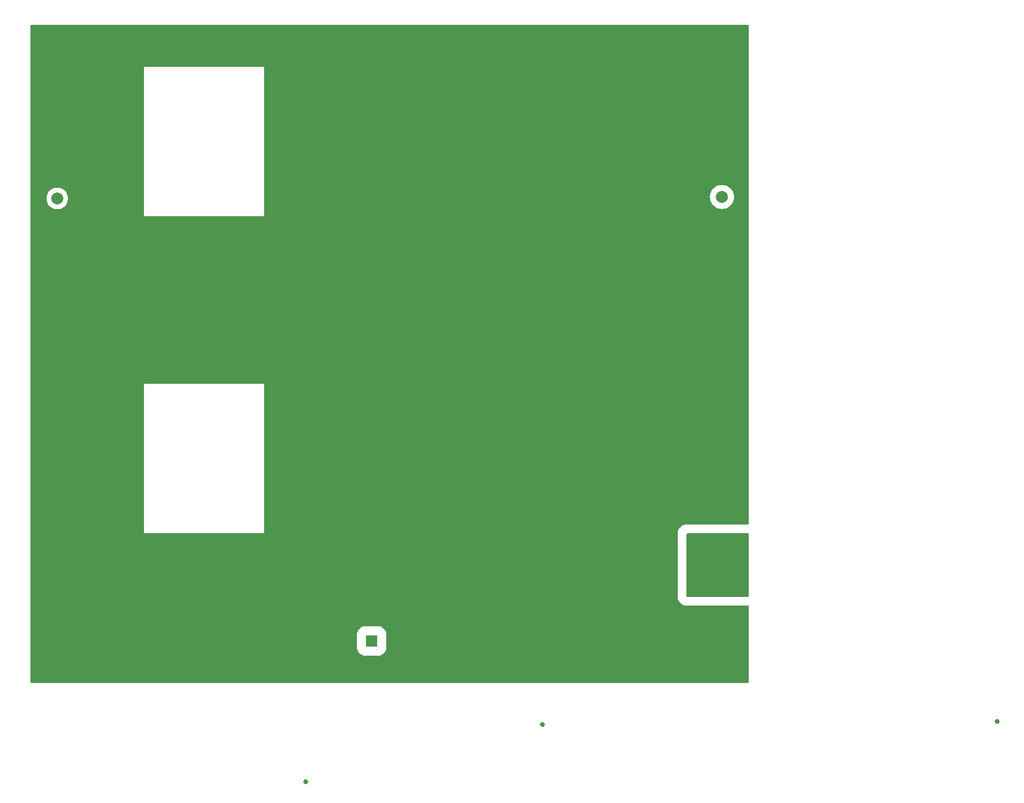
<source format=gbr>
G04 #@! TF.GenerationSoftware,KiCad,Pcbnew,7.0.1*
G04 #@! TF.CreationDate,2023-05-25T18:43:51+02:00*
G04 #@! TF.ProjectId,K_Munin400,4b5f4d75-6e69-46e3-9430-302e6b696361,rev?*
G04 #@! TF.SameCoordinates,Original*
G04 #@! TF.FileFunction,Copper,L2,Bot*
G04 #@! TF.FilePolarity,Positive*
%FSLAX46Y46*%
G04 Gerber Fmt 4.6, Leading zero omitted, Abs format (unit mm)*
G04 Created by KiCad (PCBNEW 7.0.1) date 2023-05-25 18:43:51*
%MOMM*%
%LPD*%
G01*
G04 APERTURE LIST*
G04 #@! TA.AperFunction,ComponentPad*
%ADD10C,1.998980*%
G04 #@! TD*
G04 #@! TA.AperFunction,ComponentPad*
%ADD11C,2.499360*%
G04 #@! TD*
G04 #@! TA.AperFunction,ComponentPad*
%ADD12C,2.300000*%
G04 #@! TD*
G04 #@! TA.AperFunction,ComponentPad*
%ADD13C,3.900000*%
G04 #@! TD*
G04 #@! TA.AperFunction,ConnectorPad*
%ADD14C,7.000000*%
G04 #@! TD*
G04 #@! TA.AperFunction,ComponentPad*
%ADD15C,1.950000*%
G04 #@! TD*
G04 #@! TA.AperFunction,ComponentPad*
%ADD16R,1.950000X1.950000*%
G04 #@! TD*
G04 #@! TA.AperFunction,ViaPad*
%ADD17C,0.800000*%
G04 #@! TD*
G04 #@! TA.AperFunction,Conductor*
%ADD18C,2.000000*%
G04 #@! TD*
G04 APERTURE END LIST*
D10*
X54500000Y-88998860D03*
D11*
X51960000Y-86458860D03*
X51960000Y-91538860D03*
X57040000Y-86458860D03*
X57040000Y-91538860D03*
D12*
X162360000Y-147660000D03*
X162360000Y-150200000D03*
X162360000Y-152740000D03*
X167440000Y-147660000D03*
X167440000Y-150200000D03*
X167440000Y-152740000D03*
D13*
X165000000Y-65000000D03*
D14*
X165000000Y-65000000D03*
D13*
X165000000Y-165000000D03*
D14*
X165000000Y-165000000D03*
D15*
X101920000Y-163000000D03*
D16*
X107000000Y-163000000D03*
D13*
X55000000Y-165000000D03*
D14*
X55000000Y-165000000D03*
D13*
X79000000Y-106000000D03*
D14*
X79000000Y-106000000D03*
D12*
X152220000Y-162460000D03*
X152220000Y-165000000D03*
X152220000Y-167540000D03*
X157300000Y-162460000D03*
X157300000Y-165000000D03*
X157300000Y-167540000D03*
D13*
X55000000Y-65000000D03*
D14*
X55000000Y-65000000D03*
D10*
X165500000Y-88750000D03*
D11*
X168040000Y-91290000D03*
X168040000Y-86210000D03*
X162960000Y-91290000D03*
X162960000Y-86210000D03*
D17*
X113000000Y-96500000D03*
X113000000Y-101000000D03*
X113000000Y-110500000D03*
X113000000Y-106000000D03*
X114500000Y-95000000D03*
X113000000Y-98500000D03*
X113000000Y-103500000D03*
X113000000Y-108500000D03*
X113000000Y-113000000D03*
X114500000Y-114500000D03*
X96000000Y-186500000D03*
X211500000Y-176500000D03*
X78000000Y-154500000D03*
X75000000Y-154500000D03*
X140500000Y-110500000D03*
X140500000Y-113000000D03*
X140000000Y-100000000D03*
X135500000Y-177000000D03*
X119000000Y-168000000D03*
X119000000Y-159000000D03*
X104000000Y-153000000D03*
X114000000Y-153000000D03*
X119000000Y-148500000D03*
X109000000Y-148500000D03*
X99000000Y-148500000D03*
X133400000Y-135600000D03*
X133400000Y-133400000D03*
X128600000Y-135800000D03*
X146400000Y-137400000D03*
X150000000Y-137400000D03*
X143600000Y-137400000D03*
X155600000Y-107400000D03*
X150000000Y-111200000D03*
X140000000Y-92500000D03*
X150000000Y-92500000D03*
X150000000Y-82500000D03*
X120000000Y-62500000D03*
X110000000Y-62500000D03*
X99000000Y-136000000D03*
X109000000Y-136000000D03*
X119000000Y-136000000D03*
X63800000Y-148000000D03*
X66500000Y-148000000D03*
X81000000Y-149200000D03*
X78000000Y-149200000D03*
X75000000Y-149800000D03*
X71400000Y-149800000D03*
X57000000Y-69000000D03*
X57000000Y-79000000D03*
X60000000Y-74000000D03*
X60000000Y-91500000D03*
X87600000Y-163000000D03*
X90400000Y-163000000D03*
X167500000Y-122500000D03*
X167500000Y-117500000D03*
X169000000Y-130000000D03*
X169000000Y-134000000D03*
X169000000Y-138000000D03*
X169000000Y-142000000D03*
X145000000Y-154800000D03*
X145000000Y-153200000D03*
X145000000Y-151400000D03*
X145000000Y-149600000D03*
X146800000Y-148800000D03*
X167500000Y-107500000D03*
X162500000Y-107500000D03*
X167500000Y-97500000D03*
X162500000Y-97500000D03*
X167500000Y-102500000D03*
X167500000Y-112500000D03*
X135000000Y-87500000D03*
X145000000Y-107500000D03*
X140500000Y-107500000D03*
X145000000Y-97500000D03*
X140000000Y-97500000D03*
X150000000Y-102500000D03*
X140000000Y-102500000D03*
X145000000Y-87500000D03*
X135000000Y-120000000D03*
X135000000Y-125000000D03*
X160000000Y-120000000D03*
X150000000Y-120000000D03*
X145000000Y-125000000D03*
X155000000Y-125000000D03*
X135000000Y-115000000D03*
X140500000Y-115000000D03*
X155000000Y-115000000D03*
X145000000Y-115000000D03*
X94000000Y-141000000D03*
X94000000Y-131000000D03*
X114000000Y-141000000D03*
X104000000Y-141000000D03*
X114000000Y-131000000D03*
X104000000Y-131000000D03*
X99000000Y-122000000D03*
X109000000Y-122000000D03*
X104000000Y-122000000D03*
X99000000Y-127000000D03*
X109000000Y-127000000D03*
X99000000Y-117000000D03*
X104000000Y-117000000D03*
X106000000Y-103500000D03*
X106000000Y-108500000D03*
X106000000Y-113500000D03*
X106000000Y-93500000D03*
X106000000Y-98500000D03*
X104000000Y-103500000D03*
X104000000Y-108500000D03*
X104000000Y-113500000D03*
X104000000Y-93500000D03*
X104000000Y-98500000D03*
X70000000Y-62500000D03*
X80000000Y-62500000D03*
X67000000Y-69000000D03*
X52000000Y-84000000D03*
X60000000Y-84000000D03*
X52000000Y-74000000D03*
X105000000Y-86000000D03*
X100000000Y-86000000D03*
X110000000Y-86000000D03*
X100000000Y-91000000D03*
X160000000Y-82500000D03*
X140000000Y-82500000D03*
X130000000Y-82500000D03*
X125000000Y-82500000D03*
X120000000Y-82500000D03*
X115000000Y-82500000D03*
X110000000Y-82500000D03*
X100000000Y-82500000D03*
X90000000Y-82500000D03*
X165000000Y-77500000D03*
X155000000Y-77500000D03*
X145000000Y-77500000D03*
X135000000Y-77500000D03*
X125000000Y-77500000D03*
X115000000Y-77500000D03*
X105000000Y-77500000D03*
X95000000Y-77500000D03*
X160000000Y-72500000D03*
X150000000Y-72500000D03*
X140000000Y-72500000D03*
X130000000Y-72500000D03*
X120000000Y-72500000D03*
X110000000Y-72500000D03*
X100000000Y-72500000D03*
X90000000Y-72500000D03*
X155000000Y-67500000D03*
X145000000Y-67500000D03*
X135000000Y-67500000D03*
X125000000Y-67500000D03*
X115000000Y-67500000D03*
X105000000Y-67500000D03*
X95000000Y-67500000D03*
X160000000Y-62500000D03*
X150000000Y-62500000D03*
X140000000Y-62500000D03*
X130000000Y-62500000D03*
X100000000Y-62500000D03*
X90000000Y-62500000D03*
X60000000Y-62500000D03*
X131000000Y-123600000D03*
X131000000Y-122000000D03*
X131000000Y-120200000D03*
X131000000Y-118800000D03*
X131000000Y-117000000D03*
X131000000Y-115200000D03*
X130600000Y-93600000D03*
X130600000Y-92000000D03*
X130600000Y-90400000D03*
X130600000Y-88600000D03*
X130600000Y-87000000D03*
X130600000Y-85400000D03*
X54000000Y-114500000D03*
X56500000Y-111500000D03*
X56500000Y-108500000D03*
X54000000Y-108500000D03*
X51500000Y-111500000D03*
X51500000Y-114500000D03*
X51500000Y-108500000D03*
X67000000Y-79000000D03*
X68500000Y-80000000D03*
X65000000Y-80000000D03*
X68000000Y-130500000D03*
X63500000Y-130500000D03*
X63500000Y-133000000D03*
X68000000Y-133000000D03*
X92000000Y-148500000D03*
X88000000Y-148500000D03*
X98500000Y-163000000D03*
X95500000Y-163000000D03*
X71000000Y-163000000D03*
X74000000Y-161000000D03*
X71000000Y-161000000D03*
X52000000Y-146500000D03*
X54500000Y-146500000D03*
X66500000Y-145800000D03*
X63800000Y-145800000D03*
X61000000Y-144000000D03*
X56500000Y-144000000D03*
X54500000Y-140000000D03*
X54500000Y-138500000D03*
X65000000Y-140000000D03*
X65000000Y-138500000D03*
X52000000Y-128000000D03*
X52000000Y-117500000D03*
X52000000Y-123500000D03*
X52000000Y-132000000D03*
X56500000Y-132000000D03*
X56500000Y-123500000D03*
X59000000Y-123500000D03*
X61500000Y-123500000D03*
X61500000Y-117500000D03*
X59000000Y-117500000D03*
X56500000Y-117500000D03*
X65000000Y-163000000D03*
X68000000Y-163000000D03*
X68000000Y-161000000D03*
X65000000Y-161000000D03*
X65000000Y-159000000D03*
X68000000Y-159000000D03*
X68000000Y-157000000D03*
X65000000Y-157000000D03*
X72500000Y-102500000D03*
X85500000Y-102500000D03*
X84500000Y-101500000D03*
X73500000Y-101500000D03*
X73500000Y-109500000D03*
X72000000Y-106000000D03*
X77000000Y-101000000D03*
X74500000Y-104500000D03*
X77000000Y-118000000D03*
X72000000Y-104000000D03*
X80000000Y-98000000D03*
X72000000Y-108000000D03*
X83000000Y-100000000D03*
X86000000Y-104000000D03*
X78000000Y-98000000D03*
X74000000Y-106000000D03*
X81000000Y-116000000D03*
X82000000Y-109500000D03*
X83500000Y-104500000D03*
X82500000Y-111000000D03*
X77000000Y-110000000D03*
X77000000Y-99000000D03*
X77000000Y-95000000D03*
X76000000Y-109500000D03*
X75000000Y-111000000D03*
X81000000Y-101000000D03*
X84500000Y-109500000D03*
X83000000Y-109000000D03*
X81000000Y-118000000D03*
X84000000Y-106000000D03*
X86000000Y-106000000D03*
X79000000Y-113000000D03*
X79000000Y-111000000D03*
X81000000Y-114000000D03*
X76000000Y-102000000D03*
X79000000Y-101000000D03*
X79000000Y-99000000D03*
X77000000Y-112000000D03*
X81000000Y-97000000D03*
X81000000Y-95000000D03*
X81000000Y-110000000D03*
X79000000Y-112000000D03*
X82000000Y-102000000D03*
X81000000Y-99000000D03*
X74500000Y-108000000D03*
X86000000Y-108000000D03*
X75000000Y-100000000D03*
X75000000Y-109000000D03*
X81000000Y-93000000D03*
X77000000Y-116000000D03*
X81000000Y-112000000D03*
X77000000Y-97000000D03*
X77000000Y-114000000D03*
X83500000Y-108000000D03*
X77000000Y-93000000D03*
X83000000Y-103000000D03*
X75000000Y-103000000D03*
X79000000Y-100000000D03*
D18*
X167440000Y-152740000D02*
X167440000Y-147660000D01*
X167440000Y-147660000D02*
X162360000Y-152740000D01*
X162360000Y-147660000D02*
X167440000Y-147660000D01*
X162360000Y-152740000D02*
X167440000Y-152740000D01*
X162360000Y-147660000D02*
X162360000Y-152740000D01*
X162360000Y-147660000D02*
X167440000Y-152740000D01*
G04 #@! TA.AperFunction,Conductor*
G36*
X169937500Y-60017113D02*
G01*
X169982887Y-60062500D01*
X169999500Y-60124500D01*
X169999500Y-143370500D01*
X169982887Y-143432500D01*
X169937500Y-143477887D01*
X169875500Y-143494500D01*
X159724000Y-143494500D01*
X159603071Y-143502426D01*
X159527486Y-143507380D01*
X159334348Y-143545799D01*
X159272336Y-143562415D01*
X159085873Y-143625710D01*
X158909248Y-143712813D01*
X158745507Y-143822221D01*
X158597447Y-143952066D01*
X158552066Y-143997447D01*
X158422221Y-144145507D01*
X158312813Y-144309248D01*
X158225710Y-144485873D01*
X158162415Y-144672336D01*
X158145799Y-144734348D01*
X158107380Y-144927486D01*
X158107380Y-144927491D01*
X158094500Y-145124000D01*
X158094500Y-155476000D01*
X158103086Y-155607006D01*
X158107380Y-155672513D01*
X158145799Y-155865651D01*
X158162415Y-155927663D01*
X158225710Y-156114126D01*
X158312813Y-156290751D01*
X158422221Y-156454492D01*
X158552066Y-156602552D01*
X158597447Y-156647933D01*
X158697190Y-156735405D01*
X158745509Y-156777780D01*
X158909249Y-156887187D01*
X159085868Y-156974287D01*
X159085871Y-156974288D01*
X159085873Y-156974289D01*
X159272336Y-157037584D01*
X159272345Y-157037587D01*
X159334345Y-157054200D01*
X159527491Y-157092620D01*
X159724000Y-157105500D01*
X159724008Y-157105500D01*
X169875500Y-157105500D01*
X169937500Y-157122113D01*
X169982887Y-157167500D01*
X169999500Y-157229500D01*
X169999500Y-169875500D01*
X169982887Y-169937500D01*
X169937500Y-169982887D01*
X169875500Y-169999500D01*
X50124500Y-169999500D01*
X50062500Y-169982887D01*
X50017113Y-169937500D01*
X50000500Y-169875500D01*
X50000500Y-164057838D01*
X104524500Y-164057838D01*
X104530919Y-164161237D01*
X104581950Y-164404616D01*
X104672343Y-164636272D01*
X104799634Y-164849896D01*
X104960349Y-165039650D01*
X105150103Y-165200365D01*
X105363727Y-165327656D01*
X105595386Y-165418050D01*
X105838763Y-165469081D01*
X105942158Y-165475500D01*
X108057838Y-165475500D01*
X108057842Y-165475500D01*
X108161237Y-165469081D01*
X108404614Y-165418050D01*
X108636273Y-165327656D01*
X108849894Y-165200366D01*
X108849893Y-165200366D01*
X108849896Y-165200365D01*
X109039650Y-165039650D01*
X109200365Y-164849896D01*
X109231353Y-164797890D01*
X109327656Y-164636273D01*
X109418050Y-164404614D01*
X109469081Y-164161237D01*
X109475500Y-164057842D01*
X109475500Y-161942158D01*
X109469081Y-161838763D01*
X109418050Y-161595386D01*
X109327656Y-161363727D01*
X109327655Y-161363726D01*
X109200365Y-161150103D01*
X109039650Y-160960349D01*
X108849896Y-160799634D01*
X108636272Y-160672343D01*
X108404616Y-160581950D01*
X108161237Y-160530919D01*
X108057842Y-160524500D01*
X105942158Y-160524500D01*
X105859442Y-160529635D01*
X105838762Y-160530919D01*
X105595383Y-160581950D01*
X105363727Y-160672343D01*
X105150103Y-160799634D01*
X104960349Y-160960349D01*
X104799634Y-161150103D01*
X104672343Y-161363727D01*
X104581950Y-161595383D01*
X104530919Y-161838762D01*
X104524500Y-161942162D01*
X104524500Y-164057838D01*
X50000500Y-164057838D01*
X50000500Y-145000000D01*
X68999459Y-145000000D01*
X68999500Y-145000099D01*
X68999616Y-145000382D01*
X68999617Y-145000383D01*
X68999618Y-145000384D01*
X68999808Y-145000461D01*
X69000000Y-145000541D01*
X69000002Y-145000539D01*
X69024616Y-145000524D01*
X69024616Y-145000528D01*
X69024760Y-145000500D01*
X88975240Y-145000500D01*
X88975383Y-145000528D01*
X88975384Y-145000524D01*
X88999997Y-145000539D01*
X89000000Y-145000541D01*
X89000383Y-145000383D01*
X89000500Y-145000099D01*
X89000541Y-145000000D01*
X89000541Y-144975446D01*
X89000500Y-144975240D01*
X89000500Y-120024760D01*
X89000528Y-120024616D01*
X89000524Y-120024616D01*
X89000539Y-120000002D01*
X89000541Y-120000000D01*
X89000461Y-119999808D01*
X89000384Y-119999618D01*
X89000380Y-119999614D01*
X89000194Y-119999538D01*
X89000002Y-119999459D01*
X88975446Y-119999459D01*
X88975240Y-119999500D01*
X69024760Y-119999500D01*
X69024554Y-119999459D01*
X68999998Y-119999459D01*
X68999807Y-119999538D01*
X68999619Y-119999615D01*
X68999615Y-119999618D01*
X68999459Y-119999999D01*
X68999476Y-120024616D01*
X68999471Y-120024616D01*
X68999500Y-120024760D01*
X68999500Y-144975240D01*
X68999459Y-144975446D01*
X68999459Y-145000000D01*
X50000500Y-145000000D01*
X50000500Y-92000000D01*
X68999459Y-92000000D01*
X68999500Y-92000099D01*
X68999617Y-92000383D01*
X68999618Y-92000384D01*
X68999808Y-92000462D01*
X69000000Y-92000541D01*
X69000002Y-92000539D01*
X69024616Y-92000524D01*
X69024616Y-92000528D01*
X69024760Y-92000500D01*
X88975240Y-92000500D01*
X88975383Y-92000528D01*
X88975384Y-92000524D01*
X88999997Y-92000539D01*
X89000000Y-92000541D01*
X89000383Y-92000383D01*
X89000500Y-92000099D01*
X89000541Y-92000000D01*
X89000541Y-91975446D01*
X89000500Y-91975240D01*
X89000500Y-88749999D01*
X163494900Y-88749999D01*
X163515310Y-89035355D01*
X163576121Y-89314900D01*
X163676097Y-89582948D01*
X163813201Y-89834036D01*
X163898924Y-89948549D01*
X163984647Y-90063061D01*
X164186939Y-90265353D01*
X164358706Y-90393935D01*
X164415963Y-90436798D01*
X164667051Y-90573902D01*
X164801075Y-90623890D01*
X164935098Y-90673878D01*
X165214645Y-90734690D01*
X165500000Y-90755099D01*
X165785355Y-90734690D01*
X166064902Y-90673878D01*
X166332948Y-90573902D01*
X166584038Y-90436797D01*
X166813061Y-90265353D01*
X167015353Y-90063061D01*
X167186797Y-89834038D01*
X167323902Y-89582948D01*
X167423878Y-89314902D01*
X167484690Y-89035355D01*
X167505099Y-88750000D01*
X167484690Y-88464645D01*
X167423878Y-88185098D01*
X167323902Y-87917052D01*
X167323902Y-87917051D01*
X167186798Y-87665963D01*
X167143935Y-87608706D01*
X167015353Y-87436939D01*
X166813061Y-87234647D01*
X166698549Y-87148925D01*
X166584036Y-87063201D01*
X166332948Y-86926097D01*
X166064900Y-86826121D01*
X165785355Y-86765310D01*
X165500000Y-86744900D01*
X165214644Y-86765310D01*
X164935099Y-86826121D01*
X164667051Y-86926097D01*
X164415963Y-87063201D01*
X164186936Y-87234649D01*
X163984649Y-87436936D01*
X163813201Y-87665963D01*
X163676097Y-87917051D01*
X163576121Y-88185099D01*
X163515310Y-88464644D01*
X163494900Y-88749999D01*
X89000500Y-88749999D01*
X89000500Y-67024760D01*
X89000528Y-67024616D01*
X89000524Y-67024616D01*
X89000539Y-67000002D01*
X89000541Y-67000000D01*
X89000461Y-66999808D01*
X89000384Y-66999618D01*
X89000380Y-66999614D01*
X89000194Y-66999538D01*
X89000002Y-66999459D01*
X88975446Y-66999459D01*
X88975240Y-66999500D01*
X69024760Y-66999500D01*
X69024554Y-66999459D01*
X68999998Y-66999459D01*
X68999807Y-66999538D01*
X68999619Y-66999615D01*
X68999615Y-66999618D01*
X68999459Y-66999999D01*
X68999476Y-67024616D01*
X68999471Y-67024616D01*
X68999500Y-67024760D01*
X68999500Y-91975240D01*
X68999459Y-91975446D01*
X68999459Y-92000000D01*
X50000500Y-92000000D01*
X50000500Y-88998860D01*
X52694962Y-88998860D01*
X52715123Y-89267885D01*
X52775156Y-89530906D01*
X52873717Y-89782034D01*
X52873718Y-89782036D01*
X53008608Y-90015674D01*
X53176814Y-90226597D01*
X53374578Y-90410095D01*
X53597482Y-90562068D01*
X53840546Y-90679122D01*
X54086858Y-90755099D01*
X54098341Y-90758641D01*
X54365108Y-90798850D01*
X54365109Y-90798850D01*
X54634891Y-90798850D01*
X54634892Y-90798850D01*
X54768275Y-90778745D01*
X54901659Y-90758641D01*
X55159454Y-90679122D01*
X55402519Y-90562068D01*
X55625422Y-90410095D01*
X55823186Y-90226597D01*
X55991392Y-90015674D01*
X56126282Y-89782036D01*
X56224844Y-89530904D01*
X56284876Y-89267887D01*
X56305037Y-88998860D01*
X56284876Y-88729833D01*
X56224844Y-88466816D01*
X56126282Y-88215684D01*
X55991392Y-87982046D01*
X55823186Y-87771123D01*
X55823185Y-87771122D01*
X55625424Y-87587626D01*
X55567902Y-87548408D01*
X55402519Y-87435652D01*
X55159454Y-87318598D01*
X55079933Y-87294069D01*
X54901658Y-87239078D01*
X54634892Y-87198870D01*
X54634891Y-87198870D01*
X54365109Y-87198870D01*
X54365108Y-87198870D01*
X54098341Y-87239078D01*
X53840546Y-87318598D01*
X53597484Y-87435650D01*
X53374576Y-87587626D01*
X53176814Y-87771123D01*
X53008607Y-87982047D01*
X52873717Y-88215685D01*
X52775156Y-88466813D01*
X52715123Y-88729834D01*
X52694962Y-88998860D01*
X50000500Y-88998860D01*
X50000500Y-60124500D01*
X50017113Y-60062500D01*
X50062500Y-60017113D01*
X50124500Y-60000500D01*
X169875500Y-60000500D01*
X169937500Y-60017113D01*
G37*
G04 #@! TD.AperFunction*
G04 #@! TA.AperFunction,Conductor*
G36*
X169937500Y-145016613D02*
G01*
X169982887Y-145062000D01*
X169999500Y-145124000D01*
X169999500Y-155476000D01*
X169982887Y-155538000D01*
X169937500Y-155583387D01*
X169875500Y-155600000D01*
X159724000Y-155600000D01*
X159662000Y-155583387D01*
X159616613Y-155538000D01*
X159600000Y-155476000D01*
X159600000Y-145124000D01*
X159616613Y-145062000D01*
X159662000Y-145016613D01*
X159724000Y-145000000D01*
X169875500Y-145000000D01*
X169937500Y-145016613D01*
G37*
G04 #@! TD.AperFunction*
M02*

</source>
